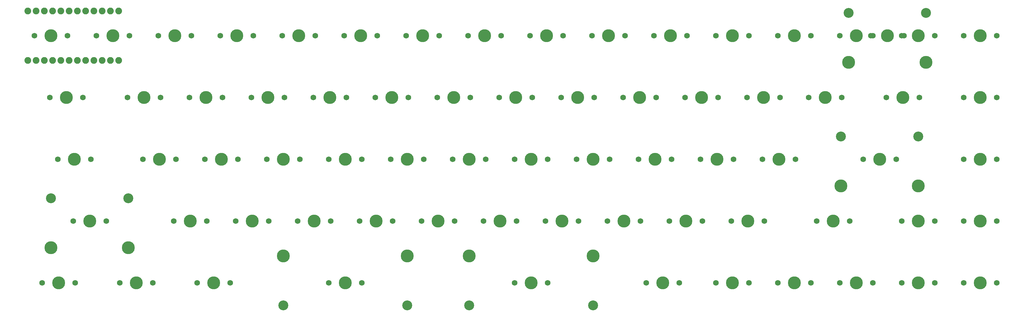
<source format=gbr>
%TF.GenerationSoftware,KiCad,Pcbnew,(5.1.8-0-10_14)*%
%TF.CreationDate,2021-09-01T06:12:34+09:00*%
%TF.ProjectId,ts68,74733638-2e6b-4696-9361-645f70636258,rev?*%
%TF.SameCoordinates,Original*%
%TF.FileFunction,Soldermask,Top*%
%TF.FilePolarity,Negative*%
%FSLAX46Y46*%
G04 Gerber Fmt 4.6, Leading zero omitted, Abs format (unit mm)*
G04 Created by KiCad (PCBNEW (5.1.8-0-10_14)) date 2021-09-01 06:12:34*
%MOMM*%
%LPD*%
G01*
G04 APERTURE LIST*
%ADD10C,3.987800*%
%ADD11C,1.750000*%
%ADD12C,3.048000*%
%ADD13C,2.082800*%
G04 APERTURE END LIST*
D10*
%TO.C,MX65*%
X290512500Y-66675000D03*
D11*
X285432500Y-66675000D03*
X295592500Y-66675000D03*
%TD*%
%TO.C,MX58*%
X238442500Y-104775000D03*
X228282500Y-104775000D03*
D10*
X233362500Y-104775000D03*
%TD*%
%TO.C,MX10*%
X42862500Y-28575000D03*
D11*
X37782500Y-28575000D03*
X47942500Y-28575000D03*
%TD*%
D10*
%TO.C,MX45*%
X195262500Y-28575000D03*
D11*
X190182500Y-28575000D03*
X200342500Y-28575000D03*
%TD*%
D10*
%TO.C,MX19*%
X80962500Y-28575000D03*
D11*
X75882500Y-28575000D03*
X86042500Y-28575000D03*
%TD*%
%TO.C,MX44*%
X186055000Y-85725000D03*
X175895000Y-85725000D03*
D10*
X180975000Y-85725000D03*
%TD*%
%TO.C,MX23*%
X95250000Y-104775000D03*
D11*
X90170000Y-104775000D03*
X100330000Y-104775000D03*
D12*
X76200000Y-111760000D03*
X114300000Y-111760000D03*
D10*
X76200000Y-96520000D03*
X114300000Y-96520000D03*
%TD*%
%TO.C,MX40*%
X152400000Y-104775000D03*
D11*
X147320000Y-104775000D03*
X157480000Y-104775000D03*
D12*
X133350000Y-111760000D03*
X171450000Y-111760000D03*
D10*
X133350000Y-96520000D03*
X171450000Y-96520000D03*
%TD*%
%TO.C,MX5*%
X7143750Y-104775000D03*
D11*
X2063750Y-104775000D03*
X12223750Y-104775000D03*
%TD*%
%TO.C,MX3*%
X16986250Y-66675000D03*
X6826250Y-66675000D03*
D10*
X11906250Y-66675000D03*
%TD*%
D11*
%TO.C,MX12*%
X62230000Y-66675000D03*
X52070000Y-66675000D03*
D10*
X57150000Y-66675000D03*
%TD*%
D11*
%TO.C,MX7*%
X38417500Y-47625000D03*
X28257500Y-47625000D03*
D10*
X33337500Y-47625000D03*
%TD*%
D13*
%TO.C,B1*%
X-2381250Y-20955000D03*
X158750Y-20955000D03*
X2698750Y-20955000D03*
X5238750Y-20955000D03*
X7778750Y-20955000D03*
X10318750Y-20955000D03*
X12858750Y-20955000D03*
X15398750Y-20955000D03*
X17938750Y-20955000D03*
X20478750Y-20955000D03*
X23018750Y-20955000D03*
X25558750Y-20955000D03*
X25558750Y-36195000D03*
X23018750Y-36195000D03*
X20478750Y-36195000D03*
X17938750Y-36195000D03*
X15398750Y-36195000D03*
X12858750Y-36195000D03*
X10318750Y-36195000D03*
X7778750Y-36195000D03*
X5238750Y-36195000D03*
X2698750Y-36195000D03*
X158750Y-36195000D03*
X-2381250Y-36195000D03*
%TD*%
D11*
%TO.C,MX1*%
X9842500Y-28575000D03*
X-317500Y-28575000D03*
D10*
X4762500Y-28575000D03*
%TD*%
%TO.C,MX2*%
X9525000Y-47625000D03*
D11*
X4445000Y-47625000D03*
X14605000Y-47625000D03*
%TD*%
D10*
%TO.C,MX4*%
X28575000Y-93980000D03*
X4762500Y-93980000D03*
D12*
X28575000Y-78740000D03*
X4762500Y-78740000D03*
D11*
X21748750Y-85725000D03*
X11588750Y-85725000D03*
D10*
X16668750Y-85725000D03*
%TD*%
%TO.C,MX6*%
X23812500Y-28575000D03*
D11*
X18732500Y-28575000D03*
X28892500Y-28575000D03*
%TD*%
D10*
%TO.C,MX8*%
X38100000Y-66675000D03*
D11*
X33020000Y-66675000D03*
X43180000Y-66675000D03*
%TD*%
%TO.C,MX9*%
X36036250Y-104775000D03*
X25876250Y-104775000D03*
D10*
X30956250Y-104775000D03*
%TD*%
D11*
%TO.C,MX11*%
X57467500Y-47625000D03*
X47307500Y-47625000D03*
D10*
X52387500Y-47625000D03*
%TD*%
%TO.C,MX13*%
X47625000Y-85725000D03*
D11*
X42545000Y-85725000D03*
X52705000Y-85725000D03*
%TD*%
%TO.C,MX14*%
X59848750Y-104775000D03*
X49688750Y-104775000D03*
D10*
X54768750Y-104775000D03*
%TD*%
%TO.C,MX15*%
X61912500Y-28575000D03*
D11*
X56832500Y-28575000D03*
X66992500Y-28575000D03*
%TD*%
%TO.C,MX16*%
X76517500Y-47625000D03*
X66357500Y-47625000D03*
D10*
X71437500Y-47625000D03*
%TD*%
D11*
%TO.C,MX17*%
X81280000Y-66675000D03*
X71120000Y-66675000D03*
D10*
X76200000Y-66675000D03*
%TD*%
%TO.C,MX18*%
X66675000Y-85725000D03*
D11*
X61595000Y-85725000D03*
X71755000Y-85725000D03*
%TD*%
%TO.C,MX20*%
X95567500Y-47625000D03*
X85407500Y-47625000D03*
D10*
X90487500Y-47625000D03*
%TD*%
D11*
%TO.C,MX21*%
X100330000Y-66675000D03*
X90170000Y-66675000D03*
D10*
X95250000Y-66675000D03*
%TD*%
%TO.C,MX22*%
X85725000Y-85725000D03*
D11*
X80645000Y-85725000D03*
X90805000Y-85725000D03*
%TD*%
D10*
%TO.C,MX24*%
X100012500Y-28575000D03*
D11*
X94932500Y-28575000D03*
X105092500Y-28575000D03*
%TD*%
%TO.C,MX25*%
X114617500Y-47625000D03*
X104457500Y-47625000D03*
D10*
X109537500Y-47625000D03*
%TD*%
D11*
%TO.C,MX26*%
X119380000Y-66675000D03*
X109220000Y-66675000D03*
D10*
X114300000Y-66675000D03*
%TD*%
%TO.C,MX27*%
X104775000Y-85725000D03*
D11*
X99695000Y-85725000D03*
X109855000Y-85725000D03*
%TD*%
D10*
%TO.C,MX28*%
X119062500Y-28575000D03*
D11*
X113982500Y-28575000D03*
X124142500Y-28575000D03*
%TD*%
%TO.C,MX29*%
X133667500Y-47625000D03*
X123507500Y-47625000D03*
D10*
X128587500Y-47625000D03*
%TD*%
D11*
%TO.C,MX30*%
X138430000Y-66675000D03*
X128270000Y-66675000D03*
D10*
X133350000Y-66675000D03*
%TD*%
%TO.C,MX31*%
X123825000Y-85725000D03*
D11*
X118745000Y-85725000D03*
X128905000Y-85725000D03*
%TD*%
D10*
%TO.C,MX32*%
X138112500Y-28575000D03*
D11*
X133032500Y-28575000D03*
X143192500Y-28575000D03*
%TD*%
%TO.C,MX33*%
X152717500Y-47625000D03*
X142557500Y-47625000D03*
D10*
X147637500Y-47625000D03*
%TD*%
D11*
%TO.C,MX34*%
X157480000Y-66675000D03*
X147320000Y-66675000D03*
D10*
X152400000Y-66675000D03*
%TD*%
%TO.C,MX35*%
X142875000Y-85725000D03*
D11*
X137795000Y-85725000D03*
X147955000Y-85725000D03*
%TD*%
D10*
%TO.C,MX36*%
X157162500Y-28575000D03*
D11*
X152082500Y-28575000D03*
X162242500Y-28575000D03*
%TD*%
%TO.C,MX37*%
X171767500Y-47625000D03*
X161607500Y-47625000D03*
D10*
X166687500Y-47625000D03*
%TD*%
D11*
%TO.C,MX38*%
X176530000Y-66675000D03*
X166370000Y-66675000D03*
D10*
X171450000Y-66675000D03*
%TD*%
%TO.C,MX39*%
X161925000Y-85725000D03*
D11*
X156845000Y-85725000D03*
X167005000Y-85725000D03*
%TD*%
D10*
%TO.C,MX41*%
X176212500Y-28575000D03*
D11*
X171132500Y-28575000D03*
X181292500Y-28575000D03*
%TD*%
%TO.C,MX42*%
X190817500Y-47625000D03*
X180657500Y-47625000D03*
D10*
X185737500Y-47625000D03*
%TD*%
%TO.C,MX43*%
X190500000Y-66675000D03*
D11*
X185420000Y-66675000D03*
X195580000Y-66675000D03*
%TD*%
%TO.C,MX46*%
X209867500Y-47625000D03*
X199707500Y-47625000D03*
D10*
X204787500Y-47625000D03*
%TD*%
%TO.C,MX47*%
X209550000Y-66675000D03*
D11*
X204470000Y-66675000D03*
X214630000Y-66675000D03*
%TD*%
%TO.C,MX48*%
X205105000Y-85725000D03*
X194945000Y-85725000D03*
D10*
X200025000Y-85725000D03*
%TD*%
%TO.C,MX49*%
X192881250Y-104775000D03*
D11*
X187801250Y-104775000D03*
X197961250Y-104775000D03*
%TD*%
D10*
%TO.C,MX50*%
X214312500Y-28575000D03*
D11*
X209232500Y-28575000D03*
X219392500Y-28575000D03*
%TD*%
%TO.C,MX51*%
X228917500Y-47625000D03*
X218757500Y-47625000D03*
D10*
X223837500Y-47625000D03*
%TD*%
%TO.C,MX52*%
X219075000Y-85725000D03*
D11*
X213995000Y-85725000D03*
X224155000Y-85725000D03*
%TD*%
%TO.C,MX53*%
X219392500Y-104775000D03*
X209232500Y-104775000D03*
D10*
X214312500Y-104775000D03*
%TD*%
%TO.C,MX54*%
X233362500Y-28575000D03*
D11*
X228282500Y-28575000D03*
X238442500Y-28575000D03*
%TD*%
%TO.C,MX55*%
X247877501Y-47625000D03*
X237717501Y-47625000D03*
D10*
X242797501Y-47625000D03*
%TD*%
%TO.C,MX56*%
X228600000Y-66675000D03*
D11*
X223520000Y-66675000D03*
X233680000Y-66675000D03*
%TD*%
D10*
%TO.C,MX57*%
X245268750Y-85725000D03*
D11*
X240188750Y-85725000D03*
X250348750Y-85725000D03*
%TD*%
D10*
%TO.C,MX59*%
X252412500Y-28575000D03*
D11*
X247332500Y-28575000D03*
X257492500Y-28575000D03*
%TD*%
D10*
%TO.C,MX60*%
X259556250Y-66675000D03*
D11*
X254476250Y-66675000D03*
X264636250Y-66675000D03*
D12*
X247650000Y-59690000D03*
X271462500Y-59690000D03*
D10*
X247650000Y-74930000D03*
X271462500Y-74930000D03*
%TD*%
D11*
%TO.C,MX61*%
X257492500Y-104775000D03*
X247332500Y-104775000D03*
D10*
X252412500Y-104775000D03*
%TD*%
%TO.C,MX62*%
X273843750Y-36830000D03*
X250031250Y-36830000D03*
D12*
X273843750Y-21590000D03*
X250031250Y-21590000D03*
D11*
X267017500Y-28575000D03*
X256857500Y-28575000D03*
D10*
X261937500Y-28575000D03*
%TD*%
%TO.C,MX63*%
X271462500Y-28575000D03*
D11*
X266382500Y-28575000D03*
X276542500Y-28575000D03*
%TD*%
%TO.C,MX64*%
X271780000Y-47625000D03*
X261620000Y-47625000D03*
D10*
X266700000Y-47625000D03*
%TD*%
D11*
%TO.C,MX66*%
X276542500Y-85725000D03*
X266382500Y-85725000D03*
D10*
X271462500Y-85725000D03*
%TD*%
D11*
%TO.C,MX67*%
X276542500Y-104775000D03*
X266382500Y-104775000D03*
D10*
X271462500Y-104775000D03*
%TD*%
%TO.C,MX68*%
X290512500Y-28575000D03*
D11*
X285432500Y-28575000D03*
X295592500Y-28575000D03*
%TD*%
%TO.C,MX69*%
X295592500Y-47625000D03*
X285432500Y-47625000D03*
D10*
X290512500Y-47625000D03*
%TD*%
%TO.C,MX70*%
X290512500Y-85725000D03*
D11*
X285432500Y-85725000D03*
X295592500Y-85725000D03*
%TD*%
%TO.C,MX71*%
X295592500Y-104775000D03*
X285432500Y-104775000D03*
D10*
X290512500Y-104775000D03*
%TD*%
M02*

</source>
